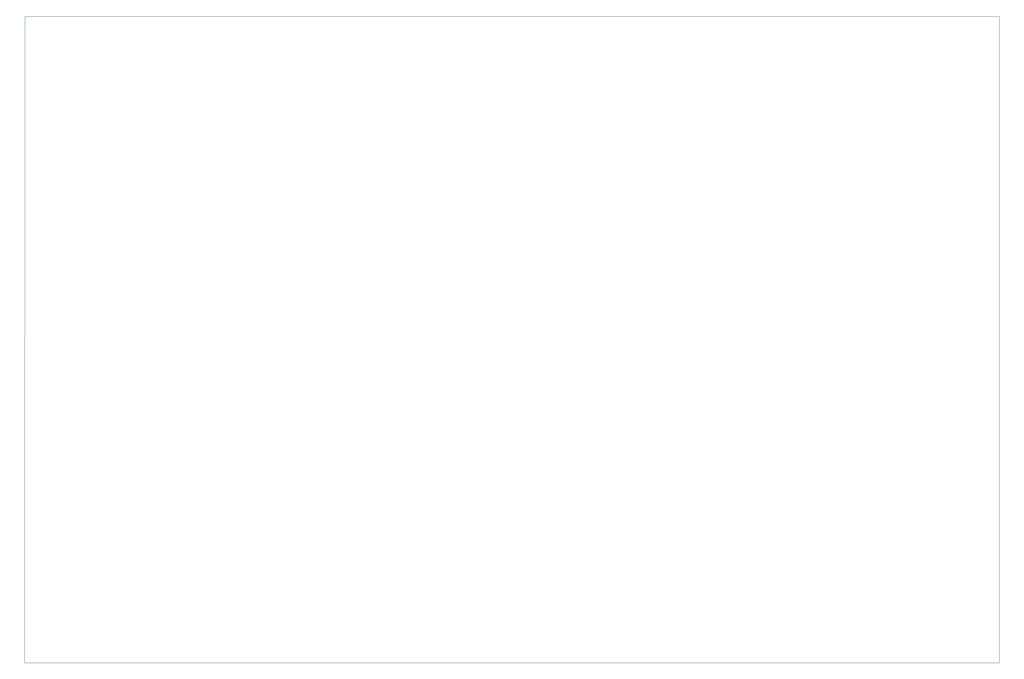
<source format=gm1>
G04 #@! TF.GenerationSoftware,KiCad,Pcbnew,(6.0.2)*
G04 #@! TF.CreationDate,2023-03-16T16:07:34-07:00*
G04 #@! TF.ProjectId,hall-censor-and-cap-touch-prototype,68616c6c-2d63-4656-9e73-6f722d616e64,rev?*
G04 #@! TF.SameCoordinates,Original*
G04 #@! TF.FileFunction,Profile,NP*
%FSLAX46Y46*%
G04 Gerber Fmt 4.6, Leading zero omitted, Abs format (unit mm)*
G04 Created by KiCad (PCBNEW (6.0.2)) date 2023-03-16 16:07:34*
%MOMM*%
%LPD*%
G01*
G04 APERTURE LIST*
G04 #@! TA.AperFunction,Profile*
%ADD10C,0.100000*%
G04 #@! TD*
G04 APERTURE END LIST*
D10*
X300242281Y-107408634D02*
X300242281Y-248635000D01*
X87328983Y-107408634D02*
X87325000Y-248635000D01*
X300242281Y-107408634D02*
X87328983Y-107408634D01*
X87325000Y-248635000D02*
X300242281Y-248635000D01*
M02*

</source>
